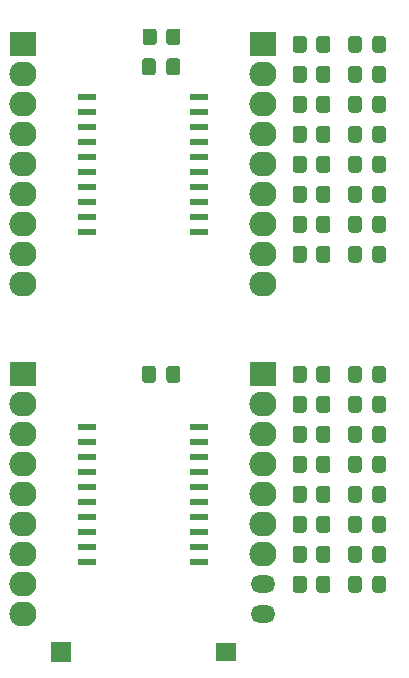
<source format=gbr>
%TF.GenerationSoftware,KiCad,Pcbnew,(5.1.8)-1*%
%TF.CreationDate,2024-07-21T13:57:18+03:00*%
%TF.ProjectId,STACK16,53544143-4b31-4362-9e6b-696361645f70,rev?*%
%TF.SameCoordinates,Original*%
%TF.FileFunction,Soldermask,Top*%
%TF.FilePolarity,Negative*%
%FSLAX46Y46*%
G04 Gerber Fmt 4.6, Leading zero omitted, Abs format (unit mm)*
G04 Created by KiCad (PCBNEW (5.1.8)-1) date 2024-07-21 13:57:18*
%MOMM*%
%LPD*%
G01*
G04 APERTURE LIST*
%ADD10R,1.500000X0.600000*%
%ADD11O,2.100000X1.500000*%
%ADD12O,2.300000X2.100000*%
%ADD13R,2.300000X2.100000*%
%ADD14R,1.800000X1.700000*%
%ADD15R,1.800000X1.500000*%
G04 APERTURE END LIST*
D10*
%TO.C,U2*%
X65710000Y-60325000D03*
X65710000Y-61595000D03*
X65710000Y-62865000D03*
X65710000Y-64135000D03*
X65710000Y-65405000D03*
X65710000Y-66675000D03*
X65710000Y-67945000D03*
X65710000Y-69215000D03*
X65710000Y-70485000D03*
X65710000Y-71755000D03*
X56210000Y-71755000D03*
X56210000Y-70485000D03*
X56210000Y-69215000D03*
X56210000Y-67945000D03*
X56210000Y-60325000D03*
X56210000Y-61595000D03*
X56210000Y-62865000D03*
X56210000Y-64135000D03*
X56210000Y-65405000D03*
X56210000Y-66675000D03*
%TD*%
%TO.C,R17*%
G36*
G01*
X74800000Y-73209999D02*
X74800000Y-74110001D01*
G75*
G02*
X74550001Y-74360000I-249999J0D01*
G01*
X73849999Y-74360000D01*
G75*
G02*
X73600000Y-74110001I0J249999D01*
G01*
X73600000Y-73209999D01*
G75*
G02*
X73849999Y-72960000I249999J0D01*
G01*
X74550001Y-72960000D01*
G75*
G02*
X74800000Y-73209999I0J-249999D01*
G01*
G37*
G36*
G01*
X76800000Y-73209999D02*
X76800000Y-74110001D01*
G75*
G02*
X76550001Y-74360000I-249999J0D01*
G01*
X75849999Y-74360000D01*
G75*
G02*
X75600000Y-74110001I0J249999D01*
G01*
X75600000Y-73209999D01*
G75*
G02*
X75849999Y-72960000I249999J0D01*
G01*
X76550001Y-72960000D01*
G75*
G02*
X76800000Y-73209999I0J-249999D01*
G01*
G37*
%TD*%
%TO.C,R16*%
G36*
G01*
X74800000Y-70669999D02*
X74800000Y-71570001D01*
G75*
G02*
X74550001Y-71820000I-249999J0D01*
G01*
X73849999Y-71820000D01*
G75*
G02*
X73600000Y-71570001I0J249999D01*
G01*
X73600000Y-70669999D01*
G75*
G02*
X73849999Y-70420000I249999J0D01*
G01*
X74550001Y-70420000D01*
G75*
G02*
X74800000Y-70669999I0J-249999D01*
G01*
G37*
G36*
G01*
X76800000Y-70669999D02*
X76800000Y-71570001D01*
G75*
G02*
X76550001Y-71820000I-249999J0D01*
G01*
X75849999Y-71820000D01*
G75*
G02*
X75600000Y-71570001I0J249999D01*
G01*
X75600000Y-70669999D01*
G75*
G02*
X75849999Y-70420000I249999J0D01*
G01*
X76550001Y-70420000D01*
G75*
G02*
X76800000Y-70669999I0J-249999D01*
G01*
G37*
%TD*%
%TO.C,R15*%
G36*
G01*
X74800000Y-68129999D02*
X74800000Y-69030001D01*
G75*
G02*
X74550001Y-69280000I-249999J0D01*
G01*
X73849999Y-69280000D01*
G75*
G02*
X73600000Y-69030001I0J249999D01*
G01*
X73600000Y-68129999D01*
G75*
G02*
X73849999Y-67880000I249999J0D01*
G01*
X74550001Y-67880000D01*
G75*
G02*
X74800000Y-68129999I0J-249999D01*
G01*
G37*
G36*
G01*
X76800000Y-68129999D02*
X76800000Y-69030001D01*
G75*
G02*
X76550001Y-69280000I-249999J0D01*
G01*
X75849999Y-69280000D01*
G75*
G02*
X75600000Y-69030001I0J249999D01*
G01*
X75600000Y-68129999D01*
G75*
G02*
X75849999Y-67880000I249999J0D01*
G01*
X76550001Y-67880000D01*
G75*
G02*
X76800000Y-68129999I0J-249999D01*
G01*
G37*
%TD*%
%TO.C,R14*%
G36*
G01*
X74800000Y-65589999D02*
X74800000Y-66490001D01*
G75*
G02*
X74550001Y-66740000I-249999J0D01*
G01*
X73849999Y-66740000D01*
G75*
G02*
X73600000Y-66490001I0J249999D01*
G01*
X73600000Y-65589999D01*
G75*
G02*
X73849999Y-65340000I249999J0D01*
G01*
X74550001Y-65340000D01*
G75*
G02*
X74800000Y-65589999I0J-249999D01*
G01*
G37*
G36*
G01*
X76800000Y-65589999D02*
X76800000Y-66490001D01*
G75*
G02*
X76550001Y-66740000I-249999J0D01*
G01*
X75849999Y-66740000D01*
G75*
G02*
X75600000Y-66490001I0J249999D01*
G01*
X75600000Y-65589999D01*
G75*
G02*
X75849999Y-65340000I249999J0D01*
G01*
X76550001Y-65340000D01*
G75*
G02*
X76800000Y-65589999I0J-249999D01*
G01*
G37*
%TD*%
%TO.C,R13*%
G36*
G01*
X74800000Y-63049999D02*
X74800000Y-63950001D01*
G75*
G02*
X74550001Y-64200000I-249999J0D01*
G01*
X73849999Y-64200000D01*
G75*
G02*
X73600000Y-63950001I0J249999D01*
G01*
X73600000Y-63049999D01*
G75*
G02*
X73849999Y-62800000I249999J0D01*
G01*
X74550001Y-62800000D01*
G75*
G02*
X74800000Y-63049999I0J-249999D01*
G01*
G37*
G36*
G01*
X76800000Y-63049999D02*
X76800000Y-63950001D01*
G75*
G02*
X76550001Y-64200000I-249999J0D01*
G01*
X75849999Y-64200000D01*
G75*
G02*
X75600000Y-63950001I0J249999D01*
G01*
X75600000Y-63049999D01*
G75*
G02*
X75849999Y-62800000I249999J0D01*
G01*
X76550001Y-62800000D01*
G75*
G02*
X76800000Y-63049999I0J-249999D01*
G01*
G37*
%TD*%
%TO.C,R12*%
G36*
G01*
X74800000Y-60509999D02*
X74800000Y-61410001D01*
G75*
G02*
X74550001Y-61660000I-249999J0D01*
G01*
X73849999Y-61660000D01*
G75*
G02*
X73600000Y-61410001I0J249999D01*
G01*
X73600000Y-60509999D01*
G75*
G02*
X73849999Y-60260000I249999J0D01*
G01*
X74550001Y-60260000D01*
G75*
G02*
X74800000Y-60509999I0J-249999D01*
G01*
G37*
G36*
G01*
X76800000Y-60509999D02*
X76800000Y-61410001D01*
G75*
G02*
X76550001Y-61660000I-249999J0D01*
G01*
X75849999Y-61660000D01*
G75*
G02*
X75600000Y-61410001I0J249999D01*
G01*
X75600000Y-60509999D01*
G75*
G02*
X75849999Y-60260000I249999J0D01*
G01*
X76550001Y-60260000D01*
G75*
G02*
X76800000Y-60509999I0J-249999D01*
G01*
G37*
%TD*%
%TO.C,R11*%
G36*
G01*
X74800000Y-57969999D02*
X74800000Y-58870001D01*
G75*
G02*
X74550001Y-59120000I-249999J0D01*
G01*
X73849999Y-59120000D01*
G75*
G02*
X73600000Y-58870001I0J249999D01*
G01*
X73600000Y-57969999D01*
G75*
G02*
X73849999Y-57720000I249999J0D01*
G01*
X74550001Y-57720000D01*
G75*
G02*
X74800000Y-57969999I0J-249999D01*
G01*
G37*
G36*
G01*
X76800000Y-57969999D02*
X76800000Y-58870001D01*
G75*
G02*
X76550001Y-59120000I-249999J0D01*
G01*
X75849999Y-59120000D01*
G75*
G02*
X75600000Y-58870001I0J249999D01*
G01*
X75600000Y-57969999D01*
G75*
G02*
X75849999Y-57720000I249999J0D01*
G01*
X76550001Y-57720000D01*
G75*
G02*
X76800000Y-57969999I0J-249999D01*
G01*
G37*
%TD*%
%TO.C,R10*%
G36*
G01*
X74800000Y-55429999D02*
X74800000Y-56330001D01*
G75*
G02*
X74550001Y-56580000I-249999J0D01*
G01*
X73849999Y-56580000D01*
G75*
G02*
X73600000Y-56330001I0J249999D01*
G01*
X73600000Y-55429999D01*
G75*
G02*
X73849999Y-55180000I249999J0D01*
G01*
X74550001Y-55180000D01*
G75*
G02*
X74800000Y-55429999I0J-249999D01*
G01*
G37*
G36*
G01*
X76800000Y-55429999D02*
X76800000Y-56330001D01*
G75*
G02*
X76550001Y-56580000I-249999J0D01*
G01*
X75849999Y-56580000D01*
G75*
G02*
X75600000Y-56330001I0J249999D01*
G01*
X75600000Y-55429999D01*
G75*
G02*
X75849999Y-55180000I249999J0D01*
G01*
X76550001Y-55180000D01*
G75*
G02*
X76800000Y-55429999I0J-249999D01*
G01*
G37*
%TD*%
D11*
%TO.C,J6*%
X71120000Y-76200000D03*
X71120000Y-73660000D03*
D12*
X71120000Y-71120000D03*
X71120000Y-68580000D03*
X71120000Y-66040000D03*
X71120000Y-63500000D03*
X71120000Y-60960000D03*
X71120000Y-58420000D03*
D13*
X71120000Y-55880000D03*
%TD*%
D12*
%TO.C,J5*%
X50800000Y-76200000D03*
X50800000Y-73660000D03*
X50800000Y-71120000D03*
X50800000Y-68580000D03*
X50800000Y-66040000D03*
X50800000Y-63500000D03*
X50800000Y-60960000D03*
X50800000Y-58420000D03*
D13*
X50800000Y-55880000D03*
%TD*%
%TO.C,D16*%
G36*
G01*
X79460000Y-73209999D02*
X79460000Y-74110001D01*
G75*
G02*
X79210001Y-74360000I-249999J0D01*
G01*
X78559999Y-74360000D01*
G75*
G02*
X78310000Y-74110001I0J249999D01*
G01*
X78310000Y-73209999D01*
G75*
G02*
X78559999Y-72960000I249999J0D01*
G01*
X79210001Y-72960000D01*
G75*
G02*
X79460000Y-73209999I0J-249999D01*
G01*
G37*
G36*
G01*
X81510000Y-73209999D02*
X81510000Y-74110001D01*
G75*
G02*
X81260001Y-74360000I-249999J0D01*
G01*
X80609999Y-74360000D01*
G75*
G02*
X80360000Y-74110001I0J249999D01*
G01*
X80360000Y-73209999D01*
G75*
G02*
X80609999Y-72960000I249999J0D01*
G01*
X81260001Y-72960000D01*
G75*
G02*
X81510000Y-73209999I0J-249999D01*
G01*
G37*
%TD*%
%TO.C,D15*%
G36*
G01*
X79460000Y-70669999D02*
X79460000Y-71570001D01*
G75*
G02*
X79210001Y-71820000I-249999J0D01*
G01*
X78559999Y-71820000D01*
G75*
G02*
X78310000Y-71570001I0J249999D01*
G01*
X78310000Y-70669999D01*
G75*
G02*
X78559999Y-70420000I249999J0D01*
G01*
X79210001Y-70420000D01*
G75*
G02*
X79460000Y-70669999I0J-249999D01*
G01*
G37*
G36*
G01*
X81510000Y-70669999D02*
X81510000Y-71570001D01*
G75*
G02*
X81260001Y-71820000I-249999J0D01*
G01*
X80609999Y-71820000D01*
G75*
G02*
X80360000Y-71570001I0J249999D01*
G01*
X80360000Y-70669999D01*
G75*
G02*
X80609999Y-70420000I249999J0D01*
G01*
X81260001Y-70420000D01*
G75*
G02*
X81510000Y-70669999I0J-249999D01*
G01*
G37*
%TD*%
%TO.C,D14*%
G36*
G01*
X79460000Y-68129999D02*
X79460000Y-69030001D01*
G75*
G02*
X79210001Y-69280000I-249999J0D01*
G01*
X78559999Y-69280000D01*
G75*
G02*
X78310000Y-69030001I0J249999D01*
G01*
X78310000Y-68129999D01*
G75*
G02*
X78559999Y-67880000I249999J0D01*
G01*
X79210001Y-67880000D01*
G75*
G02*
X79460000Y-68129999I0J-249999D01*
G01*
G37*
G36*
G01*
X81510000Y-68129999D02*
X81510000Y-69030001D01*
G75*
G02*
X81260001Y-69280000I-249999J0D01*
G01*
X80609999Y-69280000D01*
G75*
G02*
X80360000Y-69030001I0J249999D01*
G01*
X80360000Y-68129999D01*
G75*
G02*
X80609999Y-67880000I249999J0D01*
G01*
X81260001Y-67880000D01*
G75*
G02*
X81510000Y-68129999I0J-249999D01*
G01*
G37*
%TD*%
%TO.C,D13*%
G36*
G01*
X79460000Y-65589999D02*
X79460000Y-66490001D01*
G75*
G02*
X79210001Y-66740000I-249999J0D01*
G01*
X78559999Y-66740000D01*
G75*
G02*
X78310000Y-66490001I0J249999D01*
G01*
X78310000Y-65589999D01*
G75*
G02*
X78559999Y-65340000I249999J0D01*
G01*
X79210001Y-65340000D01*
G75*
G02*
X79460000Y-65589999I0J-249999D01*
G01*
G37*
G36*
G01*
X81510000Y-65589999D02*
X81510000Y-66490001D01*
G75*
G02*
X81260001Y-66740000I-249999J0D01*
G01*
X80609999Y-66740000D01*
G75*
G02*
X80360000Y-66490001I0J249999D01*
G01*
X80360000Y-65589999D01*
G75*
G02*
X80609999Y-65340000I249999J0D01*
G01*
X81260001Y-65340000D01*
G75*
G02*
X81510000Y-65589999I0J-249999D01*
G01*
G37*
%TD*%
%TO.C,D12*%
G36*
G01*
X79460000Y-63049999D02*
X79460000Y-63950001D01*
G75*
G02*
X79210001Y-64200000I-249999J0D01*
G01*
X78559999Y-64200000D01*
G75*
G02*
X78310000Y-63950001I0J249999D01*
G01*
X78310000Y-63049999D01*
G75*
G02*
X78559999Y-62800000I249999J0D01*
G01*
X79210001Y-62800000D01*
G75*
G02*
X79460000Y-63049999I0J-249999D01*
G01*
G37*
G36*
G01*
X81510000Y-63049999D02*
X81510000Y-63950001D01*
G75*
G02*
X81260001Y-64200000I-249999J0D01*
G01*
X80609999Y-64200000D01*
G75*
G02*
X80360000Y-63950001I0J249999D01*
G01*
X80360000Y-63049999D01*
G75*
G02*
X80609999Y-62800000I249999J0D01*
G01*
X81260001Y-62800000D01*
G75*
G02*
X81510000Y-63049999I0J-249999D01*
G01*
G37*
%TD*%
%TO.C,D11*%
G36*
G01*
X79460000Y-60509999D02*
X79460000Y-61410001D01*
G75*
G02*
X79210001Y-61660000I-249999J0D01*
G01*
X78559999Y-61660000D01*
G75*
G02*
X78310000Y-61410001I0J249999D01*
G01*
X78310000Y-60509999D01*
G75*
G02*
X78559999Y-60260000I249999J0D01*
G01*
X79210001Y-60260000D01*
G75*
G02*
X79460000Y-60509999I0J-249999D01*
G01*
G37*
G36*
G01*
X81510000Y-60509999D02*
X81510000Y-61410001D01*
G75*
G02*
X81260001Y-61660000I-249999J0D01*
G01*
X80609999Y-61660000D01*
G75*
G02*
X80360000Y-61410001I0J249999D01*
G01*
X80360000Y-60509999D01*
G75*
G02*
X80609999Y-60260000I249999J0D01*
G01*
X81260001Y-60260000D01*
G75*
G02*
X81510000Y-60509999I0J-249999D01*
G01*
G37*
%TD*%
%TO.C,D10*%
G36*
G01*
X79460000Y-57969999D02*
X79460000Y-58870001D01*
G75*
G02*
X79210001Y-59120000I-249999J0D01*
G01*
X78559999Y-59120000D01*
G75*
G02*
X78310000Y-58870001I0J249999D01*
G01*
X78310000Y-57969999D01*
G75*
G02*
X78559999Y-57720000I249999J0D01*
G01*
X79210001Y-57720000D01*
G75*
G02*
X79460000Y-57969999I0J-249999D01*
G01*
G37*
G36*
G01*
X81510000Y-57969999D02*
X81510000Y-58870001D01*
G75*
G02*
X81260001Y-59120000I-249999J0D01*
G01*
X80609999Y-59120000D01*
G75*
G02*
X80360000Y-58870001I0J249999D01*
G01*
X80360000Y-57969999D01*
G75*
G02*
X80609999Y-57720000I249999J0D01*
G01*
X81260001Y-57720000D01*
G75*
G02*
X81510000Y-57969999I0J-249999D01*
G01*
G37*
%TD*%
%TO.C,D9*%
G36*
G01*
X79460000Y-55429999D02*
X79460000Y-56330001D01*
G75*
G02*
X79210001Y-56580000I-249999J0D01*
G01*
X78559999Y-56580000D01*
G75*
G02*
X78310000Y-56330001I0J249999D01*
G01*
X78310000Y-55429999D01*
G75*
G02*
X78559999Y-55180000I249999J0D01*
G01*
X79210001Y-55180000D01*
G75*
G02*
X79460000Y-55429999I0J-249999D01*
G01*
G37*
G36*
G01*
X81510000Y-55429999D02*
X81510000Y-56330001D01*
G75*
G02*
X81260001Y-56580000I-249999J0D01*
G01*
X80609999Y-56580000D01*
G75*
G02*
X80360000Y-56330001I0J249999D01*
G01*
X80360000Y-55429999D01*
G75*
G02*
X80609999Y-55180000I249999J0D01*
G01*
X81260001Y-55180000D01*
G75*
G02*
X81510000Y-55429999I0J-249999D01*
G01*
G37*
%TD*%
%TO.C,C2*%
G36*
G01*
X62012500Y-55405000D02*
X62012500Y-56355000D01*
G75*
G02*
X61762500Y-56605000I-250000J0D01*
G01*
X61087500Y-56605000D01*
G75*
G02*
X60837500Y-56355000I0J250000D01*
G01*
X60837500Y-55405000D01*
G75*
G02*
X61087500Y-55155000I250000J0D01*
G01*
X61762500Y-55155000D01*
G75*
G02*
X62012500Y-55405000I0J-250000D01*
G01*
G37*
G36*
G01*
X64087500Y-55405000D02*
X64087500Y-56355000D01*
G75*
G02*
X63837500Y-56605000I-250000J0D01*
G01*
X63162500Y-56605000D01*
G75*
G02*
X62912500Y-56355000I0J250000D01*
G01*
X62912500Y-55405000D01*
G75*
G02*
X63162500Y-55155000I250000J0D01*
G01*
X63837500Y-55155000D01*
G75*
G02*
X64087500Y-55405000I0J-250000D01*
G01*
G37*
%TD*%
%TO.C,R9*%
G36*
G01*
X62900000Y-27755001D02*
X62900000Y-26854999D01*
G75*
G02*
X63149999Y-26605000I249999J0D01*
G01*
X63850001Y-26605000D01*
G75*
G02*
X64100000Y-26854999I0J-249999D01*
G01*
X64100000Y-27755001D01*
G75*
G02*
X63850001Y-28005000I-249999J0D01*
G01*
X63149999Y-28005000D01*
G75*
G02*
X62900000Y-27755001I0J249999D01*
G01*
G37*
G36*
G01*
X60900000Y-27755001D02*
X60900000Y-26854999D01*
G75*
G02*
X61149999Y-26605000I249999J0D01*
G01*
X61850001Y-26605000D01*
G75*
G02*
X62100000Y-26854999I0J-249999D01*
G01*
X62100000Y-27755001D01*
G75*
G02*
X61850001Y-28005000I-249999J0D01*
G01*
X61149999Y-28005000D01*
G75*
G02*
X60900000Y-27755001I0J249999D01*
G01*
G37*
%TD*%
D14*
%TO.C,J4*%
X53975000Y-79375000D03*
%TD*%
D15*
%TO.C,J3*%
X67945000Y-79375000D03*
%TD*%
%TO.C,C1*%
G36*
G01*
X64087500Y-29370000D02*
X64087500Y-30320000D01*
G75*
G02*
X63837500Y-30570000I-250000J0D01*
G01*
X63162500Y-30570000D01*
G75*
G02*
X62912500Y-30320000I0J250000D01*
G01*
X62912500Y-29370000D01*
G75*
G02*
X63162500Y-29120000I250000J0D01*
G01*
X63837500Y-29120000D01*
G75*
G02*
X64087500Y-29370000I0J-250000D01*
G01*
G37*
G36*
G01*
X62012500Y-29370000D02*
X62012500Y-30320000D01*
G75*
G02*
X61762500Y-30570000I-250000J0D01*
G01*
X61087500Y-30570000D01*
G75*
G02*
X60837500Y-30320000I0J250000D01*
G01*
X60837500Y-29370000D01*
G75*
G02*
X61087500Y-29120000I250000J0D01*
G01*
X61762500Y-29120000D01*
G75*
G02*
X62012500Y-29370000I0J-250000D01*
G01*
G37*
%TD*%
%TO.C,D1*%
G36*
G01*
X81510000Y-27489999D02*
X81510000Y-28390001D01*
G75*
G02*
X81260001Y-28640000I-249999J0D01*
G01*
X80609999Y-28640000D01*
G75*
G02*
X80360000Y-28390001I0J249999D01*
G01*
X80360000Y-27489999D01*
G75*
G02*
X80609999Y-27240000I249999J0D01*
G01*
X81260001Y-27240000D01*
G75*
G02*
X81510000Y-27489999I0J-249999D01*
G01*
G37*
G36*
G01*
X79460000Y-27489999D02*
X79460000Y-28390001D01*
G75*
G02*
X79210001Y-28640000I-249999J0D01*
G01*
X78559999Y-28640000D01*
G75*
G02*
X78310000Y-28390001I0J249999D01*
G01*
X78310000Y-27489999D01*
G75*
G02*
X78559999Y-27240000I249999J0D01*
G01*
X79210001Y-27240000D01*
G75*
G02*
X79460000Y-27489999I0J-249999D01*
G01*
G37*
%TD*%
%TO.C,D2*%
G36*
G01*
X81510000Y-30029999D02*
X81510000Y-30930001D01*
G75*
G02*
X81260001Y-31180000I-249999J0D01*
G01*
X80609999Y-31180000D01*
G75*
G02*
X80360000Y-30930001I0J249999D01*
G01*
X80360000Y-30029999D01*
G75*
G02*
X80609999Y-29780000I249999J0D01*
G01*
X81260001Y-29780000D01*
G75*
G02*
X81510000Y-30029999I0J-249999D01*
G01*
G37*
G36*
G01*
X79460000Y-30029999D02*
X79460000Y-30930001D01*
G75*
G02*
X79210001Y-31180000I-249999J0D01*
G01*
X78559999Y-31180000D01*
G75*
G02*
X78310000Y-30930001I0J249999D01*
G01*
X78310000Y-30029999D01*
G75*
G02*
X78559999Y-29780000I249999J0D01*
G01*
X79210001Y-29780000D01*
G75*
G02*
X79460000Y-30029999I0J-249999D01*
G01*
G37*
%TD*%
%TO.C,D3*%
G36*
G01*
X79460000Y-32569999D02*
X79460000Y-33470001D01*
G75*
G02*
X79210001Y-33720000I-249999J0D01*
G01*
X78559999Y-33720000D01*
G75*
G02*
X78310000Y-33470001I0J249999D01*
G01*
X78310000Y-32569999D01*
G75*
G02*
X78559999Y-32320000I249999J0D01*
G01*
X79210001Y-32320000D01*
G75*
G02*
X79460000Y-32569999I0J-249999D01*
G01*
G37*
G36*
G01*
X81510000Y-32569999D02*
X81510000Y-33470001D01*
G75*
G02*
X81260001Y-33720000I-249999J0D01*
G01*
X80609999Y-33720000D01*
G75*
G02*
X80360000Y-33470001I0J249999D01*
G01*
X80360000Y-32569999D01*
G75*
G02*
X80609999Y-32320000I249999J0D01*
G01*
X81260001Y-32320000D01*
G75*
G02*
X81510000Y-32569999I0J-249999D01*
G01*
G37*
%TD*%
%TO.C,D4*%
G36*
G01*
X81510000Y-35109999D02*
X81510000Y-36010001D01*
G75*
G02*
X81260001Y-36260000I-249999J0D01*
G01*
X80609999Y-36260000D01*
G75*
G02*
X80360000Y-36010001I0J249999D01*
G01*
X80360000Y-35109999D01*
G75*
G02*
X80609999Y-34860000I249999J0D01*
G01*
X81260001Y-34860000D01*
G75*
G02*
X81510000Y-35109999I0J-249999D01*
G01*
G37*
G36*
G01*
X79460000Y-35109999D02*
X79460000Y-36010001D01*
G75*
G02*
X79210001Y-36260000I-249999J0D01*
G01*
X78559999Y-36260000D01*
G75*
G02*
X78310000Y-36010001I0J249999D01*
G01*
X78310000Y-35109999D01*
G75*
G02*
X78559999Y-34860000I249999J0D01*
G01*
X79210001Y-34860000D01*
G75*
G02*
X79460000Y-35109999I0J-249999D01*
G01*
G37*
%TD*%
%TO.C,D5*%
G36*
G01*
X79460000Y-37649999D02*
X79460000Y-38550001D01*
G75*
G02*
X79210001Y-38800000I-249999J0D01*
G01*
X78559999Y-38800000D01*
G75*
G02*
X78310000Y-38550001I0J249999D01*
G01*
X78310000Y-37649999D01*
G75*
G02*
X78559999Y-37400000I249999J0D01*
G01*
X79210001Y-37400000D01*
G75*
G02*
X79460000Y-37649999I0J-249999D01*
G01*
G37*
G36*
G01*
X81510000Y-37649999D02*
X81510000Y-38550001D01*
G75*
G02*
X81260001Y-38800000I-249999J0D01*
G01*
X80609999Y-38800000D01*
G75*
G02*
X80360000Y-38550001I0J249999D01*
G01*
X80360000Y-37649999D01*
G75*
G02*
X80609999Y-37400000I249999J0D01*
G01*
X81260001Y-37400000D01*
G75*
G02*
X81510000Y-37649999I0J-249999D01*
G01*
G37*
%TD*%
%TO.C,D6*%
G36*
G01*
X79460000Y-40189999D02*
X79460000Y-41090001D01*
G75*
G02*
X79210001Y-41340000I-249999J0D01*
G01*
X78559999Y-41340000D01*
G75*
G02*
X78310000Y-41090001I0J249999D01*
G01*
X78310000Y-40189999D01*
G75*
G02*
X78559999Y-39940000I249999J0D01*
G01*
X79210001Y-39940000D01*
G75*
G02*
X79460000Y-40189999I0J-249999D01*
G01*
G37*
G36*
G01*
X81510000Y-40189999D02*
X81510000Y-41090001D01*
G75*
G02*
X81260001Y-41340000I-249999J0D01*
G01*
X80609999Y-41340000D01*
G75*
G02*
X80360000Y-41090001I0J249999D01*
G01*
X80360000Y-40189999D01*
G75*
G02*
X80609999Y-39940000I249999J0D01*
G01*
X81260001Y-39940000D01*
G75*
G02*
X81510000Y-40189999I0J-249999D01*
G01*
G37*
%TD*%
%TO.C,D7*%
G36*
G01*
X79460000Y-42729999D02*
X79460000Y-43630001D01*
G75*
G02*
X79210001Y-43880000I-249999J0D01*
G01*
X78559999Y-43880000D01*
G75*
G02*
X78310000Y-43630001I0J249999D01*
G01*
X78310000Y-42729999D01*
G75*
G02*
X78559999Y-42480000I249999J0D01*
G01*
X79210001Y-42480000D01*
G75*
G02*
X79460000Y-42729999I0J-249999D01*
G01*
G37*
G36*
G01*
X81510000Y-42729999D02*
X81510000Y-43630001D01*
G75*
G02*
X81260001Y-43880000I-249999J0D01*
G01*
X80609999Y-43880000D01*
G75*
G02*
X80360000Y-43630001I0J249999D01*
G01*
X80360000Y-42729999D01*
G75*
G02*
X80609999Y-42480000I249999J0D01*
G01*
X81260001Y-42480000D01*
G75*
G02*
X81510000Y-42729999I0J-249999D01*
G01*
G37*
%TD*%
%TO.C,D8*%
G36*
G01*
X81510000Y-45269999D02*
X81510000Y-46170001D01*
G75*
G02*
X81260001Y-46420000I-249999J0D01*
G01*
X80609999Y-46420000D01*
G75*
G02*
X80360000Y-46170001I0J249999D01*
G01*
X80360000Y-45269999D01*
G75*
G02*
X80609999Y-45020000I249999J0D01*
G01*
X81260001Y-45020000D01*
G75*
G02*
X81510000Y-45269999I0J-249999D01*
G01*
G37*
G36*
G01*
X79460000Y-45269999D02*
X79460000Y-46170001D01*
G75*
G02*
X79210001Y-46420000I-249999J0D01*
G01*
X78559999Y-46420000D01*
G75*
G02*
X78310000Y-46170001I0J249999D01*
G01*
X78310000Y-45269999D01*
G75*
G02*
X78559999Y-45020000I249999J0D01*
G01*
X79210001Y-45020000D01*
G75*
G02*
X79460000Y-45269999I0J-249999D01*
G01*
G37*
%TD*%
D12*
%TO.C,J1*%
X71120000Y-48260000D03*
X71120000Y-45720000D03*
X71120000Y-43180000D03*
X71120000Y-40640000D03*
X71120000Y-38100000D03*
X71120000Y-35560000D03*
X71120000Y-33020000D03*
X71120000Y-30480000D03*
D13*
X71120000Y-27940000D03*
%TD*%
%TO.C,J2*%
X50800000Y-27940000D03*
D12*
X50800000Y-30480000D03*
X50800000Y-33020000D03*
X50800000Y-35560000D03*
X50800000Y-38100000D03*
X50800000Y-40640000D03*
X50800000Y-43180000D03*
X50800000Y-45720000D03*
X50800000Y-48260000D03*
%TD*%
%TO.C,R1*%
G36*
G01*
X76800000Y-27489999D02*
X76800000Y-28390001D01*
G75*
G02*
X76550001Y-28640000I-249999J0D01*
G01*
X75849999Y-28640000D01*
G75*
G02*
X75600000Y-28390001I0J249999D01*
G01*
X75600000Y-27489999D01*
G75*
G02*
X75849999Y-27240000I249999J0D01*
G01*
X76550001Y-27240000D01*
G75*
G02*
X76800000Y-27489999I0J-249999D01*
G01*
G37*
G36*
G01*
X74800000Y-27489999D02*
X74800000Y-28390001D01*
G75*
G02*
X74550001Y-28640000I-249999J0D01*
G01*
X73849999Y-28640000D01*
G75*
G02*
X73600000Y-28390001I0J249999D01*
G01*
X73600000Y-27489999D01*
G75*
G02*
X73849999Y-27240000I249999J0D01*
G01*
X74550001Y-27240000D01*
G75*
G02*
X74800000Y-27489999I0J-249999D01*
G01*
G37*
%TD*%
%TO.C,R2*%
G36*
G01*
X76800000Y-30029999D02*
X76800000Y-30930001D01*
G75*
G02*
X76550001Y-31180000I-249999J0D01*
G01*
X75849999Y-31180000D01*
G75*
G02*
X75600000Y-30930001I0J249999D01*
G01*
X75600000Y-30029999D01*
G75*
G02*
X75849999Y-29780000I249999J0D01*
G01*
X76550001Y-29780000D01*
G75*
G02*
X76800000Y-30029999I0J-249999D01*
G01*
G37*
G36*
G01*
X74800000Y-30029999D02*
X74800000Y-30930001D01*
G75*
G02*
X74550001Y-31180000I-249999J0D01*
G01*
X73849999Y-31180000D01*
G75*
G02*
X73600000Y-30930001I0J249999D01*
G01*
X73600000Y-30029999D01*
G75*
G02*
X73849999Y-29780000I249999J0D01*
G01*
X74550001Y-29780000D01*
G75*
G02*
X74800000Y-30029999I0J-249999D01*
G01*
G37*
%TD*%
%TO.C,R3*%
G36*
G01*
X74800000Y-32569999D02*
X74800000Y-33470001D01*
G75*
G02*
X74550001Y-33720000I-249999J0D01*
G01*
X73849999Y-33720000D01*
G75*
G02*
X73600000Y-33470001I0J249999D01*
G01*
X73600000Y-32569999D01*
G75*
G02*
X73849999Y-32320000I249999J0D01*
G01*
X74550001Y-32320000D01*
G75*
G02*
X74800000Y-32569999I0J-249999D01*
G01*
G37*
G36*
G01*
X76800000Y-32569999D02*
X76800000Y-33470001D01*
G75*
G02*
X76550001Y-33720000I-249999J0D01*
G01*
X75849999Y-33720000D01*
G75*
G02*
X75600000Y-33470001I0J249999D01*
G01*
X75600000Y-32569999D01*
G75*
G02*
X75849999Y-32320000I249999J0D01*
G01*
X76550001Y-32320000D01*
G75*
G02*
X76800000Y-32569999I0J-249999D01*
G01*
G37*
%TD*%
%TO.C,R4*%
G36*
G01*
X74800000Y-35109999D02*
X74800000Y-36010001D01*
G75*
G02*
X74550001Y-36260000I-249999J0D01*
G01*
X73849999Y-36260000D01*
G75*
G02*
X73600000Y-36010001I0J249999D01*
G01*
X73600000Y-35109999D01*
G75*
G02*
X73849999Y-34860000I249999J0D01*
G01*
X74550001Y-34860000D01*
G75*
G02*
X74800000Y-35109999I0J-249999D01*
G01*
G37*
G36*
G01*
X76800000Y-35109999D02*
X76800000Y-36010001D01*
G75*
G02*
X76550001Y-36260000I-249999J0D01*
G01*
X75849999Y-36260000D01*
G75*
G02*
X75600000Y-36010001I0J249999D01*
G01*
X75600000Y-35109999D01*
G75*
G02*
X75849999Y-34860000I249999J0D01*
G01*
X76550001Y-34860000D01*
G75*
G02*
X76800000Y-35109999I0J-249999D01*
G01*
G37*
%TD*%
%TO.C,R5*%
G36*
G01*
X76800000Y-37649999D02*
X76800000Y-38550001D01*
G75*
G02*
X76550001Y-38800000I-249999J0D01*
G01*
X75849999Y-38800000D01*
G75*
G02*
X75600000Y-38550001I0J249999D01*
G01*
X75600000Y-37649999D01*
G75*
G02*
X75849999Y-37400000I249999J0D01*
G01*
X76550001Y-37400000D01*
G75*
G02*
X76800000Y-37649999I0J-249999D01*
G01*
G37*
G36*
G01*
X74800000Y-37649999D02*
X74800000Y-38550001D01*
G75*
G02*
X74550001Y-38800000I-249999J0D01*
G01*
X73849999Y-38800000D01*
G75*
G02*
X73600000Y-38550001I0J249999D01*
G01*
X73600000Y-37649999D01*
G75*
G02*
X73849999Y-37400000I249999J0D01*
G01*
X74550001Y-37400000D01*
G75*
G02*
X74800000Y-37649999I0J-249999D01*
G01*
G37*
%TD*%
%TO.C,R6*%
G36*
G01*
X74800000Y-40189999D02*
X74800000Y-41090001D01*
G75*
G02*
X74550001Y-41340000I-249999J0D01*
G01*
X73849999Y-41340000D01*
G75*
G02*
X73600000Y-41090001I0J249999D01*
G01*
X73600000Y-40189999D01*
G75*
G02*
X73849999Y-39940000I249999J0D01*
G01*
X74550001Y-39940000D01*
G75*
G02*
X74800000Y-40189999I0J-249999D01*
G01*
G37*
G36*
G01*
X76800000Y-40189999D02*
X76800000Y-41090001D01*
G75*
G02*
X76550001Y-41340000I-249999J0D01*
G01*
X75849999Y-41340000D01*
G75*
G02*
X75600000Y-41090001I0J249999D01*
G01*
X75600000Y-40189999D01*
G75*
G02*
X75849999Y-39940000I249999J0D01*
G01*
X76550001Y-39940000D01*
G75*
G02*
X76800000Y-40189999I0J-249999D01*
G01*
G37*
%TD*%
%TO.C,R7*%
G36*
G01*
X74800000Y-42729999D02*
X74800000Y-43630001D01*
G75*
G02*
X74550001Y-43880000I-249999J0D01*
G01*
X73849999Y-43880000D01*
G75*
G02*
X73600000Y-43630001I0J249999D01*
G01*
X73600000Y-42729999D01*
G75*
G02*
X73849999Y-42480000I249999J0D01*
G01*
X74550001Y-42480000D01*
G75*
G02*
X74800000Y-42729999I0J-249999D01*
G01*
G37*
G36*
G01*
X76800000Y-42729999D02*
X76800000Y-43630001D01*
G75*
G02*
X76550001Y-43880000I-249999J0D01*
G01*
X75849999Y-43880000D01*
G75*
G02*
X75600000Y-43630001I0J249999D01*
G01*
X75600000Y-42729999D01*
G75*
G02*
X75849999Y-42480000I249999J0D01*
G01*
X76550001Y-42480000D01*
G75*
G02*
X76800000Y-42729999I0J-249999D01*
G01*
G37*
%TD*%
%TO.C,R8*%
G36*
G01*
X76800000Y-45269999D02*
X76800000Y-46170001D01*
G75*
G02*
X76550001Y-46420000I-249999J0D01*
G01*
X75849999Y-46420000D01*
G75*
G02*
X75600000Y-46170001I0J249999D01*
G01*
X75600000Y-45269999D01*
G75*
G02*
X75849999Y-45020000I249999J0D01*
G01*
X76550001Y-45020000D01*
G75*
G02*
X76800000Y-45269999I0J-249999D01*
G01*
G37*
G36*
G01*
X74800000Y-45269999D02*
X74800000Y-46170001D01*
G75*
G02*
X74550001Y-46420000I-249999J0D01*
G01*
X73849999Y-46420000D01*
G75*
G02*
X73600000Y-46170001I0J249999D01*
G01*
X73600000Y-45269999D01*
G75*
G02*
X73849999Y-45020000I249999J0D01*
G01*
X74550001Y-45020000D01*
G75*
G02*
X74800000Y-45269999I0J-249999D01*
G01*
G37*
%TD*%
D10*
%TO.C,U1*%
X56210000Y-38735000D03*
X56210000Y-37465000D03*
X56210000Y-36195000D03*
X56210000Y-34925000D03*
X56210000Y-33655000D03*
X56210000Y-32385000D03*
X56210000Y-40005000D03*
X56210000Y-41275000D03*
X56210000Y-42545000D03*
X56210000Y-43815000D03*
X65710000Y-43815000D03*
X65710000Y-42545000D03*
X65710000Y-41275000D03*
X65710000Y-40005000D03*
X65710000Y-38735000D03*
X65710000Y-37465000D03*
X65710000Y-36195000D03*
X65710000Y-34925000D03*
X65710000Y-33655000D03*
X65710000Y-32385000D03*
%TD*%
M02*

</source>
